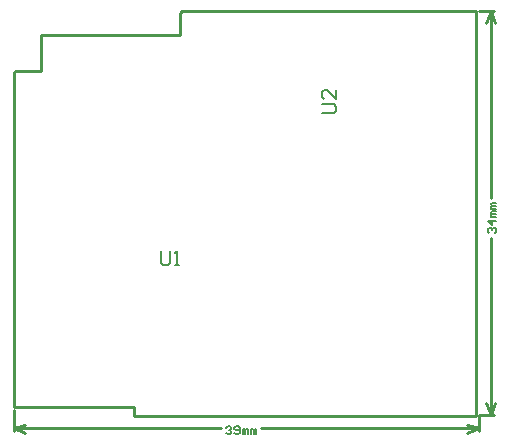
<source format=gm1>
%FSTAX23Y23*%
%MOIN*%
%SFA1B1*%

%IPPOS*%
%ADD13C,0.010000*%
%ADD30C,0.005905*%
%ADD31C,0.006000*%
%LNntc-1*%
%LPD*%
G54D13*
X0393Y0251D02*
Y0386D01*
X0279Y0251D02*
X0393D01*
X0279D02*
Y0254D01*
X0239D02*
X0279D01*
X0239D02*
Y03655D01*
X02395Y0366*
X0248*
Y0378*
X02945*
Y03855*
X0295Y0386*
X0393*
X0239Y0247D02*
X02429Y02483D01*
X0239Y0247D02*
X02429Y02456D01*
X039D02*
X0394Y0247D01*
X039Y02483D02*
X0394Y0247D01*
X0239D02*
X03082D01*
X03215D02*
X0394D01*
X0239Y0246D02*
Y0253D01*
X0394Y0246D02*
Y02515D01*
X0398Y0386D02*
X03993Y0382D01*
X03966D02*
X0398Y0386D01*
X03966Y02554D02*
X0398Y02515D01*
X03993Y02554*
X0398Y03238D02*
Y0386D01*
Y02515D02*
Y03104D01*
X0394Y0386D02*
X0399D01*
X0394Y02515D02*
X0399D01*
G54D30*
X0288Y03062D02*
Y03022D01*
X02887Y03015*
X02903*
X02911Y03022*
Y03062*
X02927Y03015D02*
X02942D01*
X02935*
Y03062*
X02927Y03054*
X03417Y0352D02*
X03457D01*
X03465Y03527*
Y03543*
X03457Y03551*
X03417*
X03465Y03598D02*
Y03567D01*
X03433Y03598*
X03425*
X03417Y0359*
Y03575*
X03425Y03567*
G54D31*
X03098Y02473D02*
X03103Y02477D01*
X03112*
X03116Y02473*
Y02468*
X03112Y02464*
X03107*
X03112*
X03116Y02459*
Y02454*
X03112Y0245*
X03103*
X03098Y02454*
X03126D02*
X0313Y0245D01*
X03139*
X03144Y02454*
Y02473*
X03139Y02477*
X0313*
X03126Y02473*
Y02468*
X0313Y02464*
X03144*
X03153Y0245D02*
Y02468D01*
X03158*
X03162Y02464*
Y0245*
Y02464*
X03167Y02468*
X03171Y02464*
Y0245*
X03181D02*
Y02468D01*
X03185*
X0319Y02464*
Y0245*
Y02464*
X03194Y02468*
X03199Y02464*
Y0245*
X03976Y0312D02*
X03972Y03125D01*
Y03134*
X03976Y03139*
X03981*
X03986Y03134*
Y0313*
Y03134*
X0399Y03139*
X03995*
X03999Y03134*
Y03125*
X03995Y0312*
X03999Y03162D02*
X03972D01*
X03986Y03148*
Y03166*
X03999Y03176D02*
X03981D01*
Y0318*
X03986Y03185*
X03999*
X03986*
X03981Y03189*
X03986Y03194*
X03999*
Y03203D02*
X03981D01*
Y03208*
X03986Y03212*
X03999*
X03986*
X03981Y03217*
X03986Y03222*
X03999*
M02*
</source>
